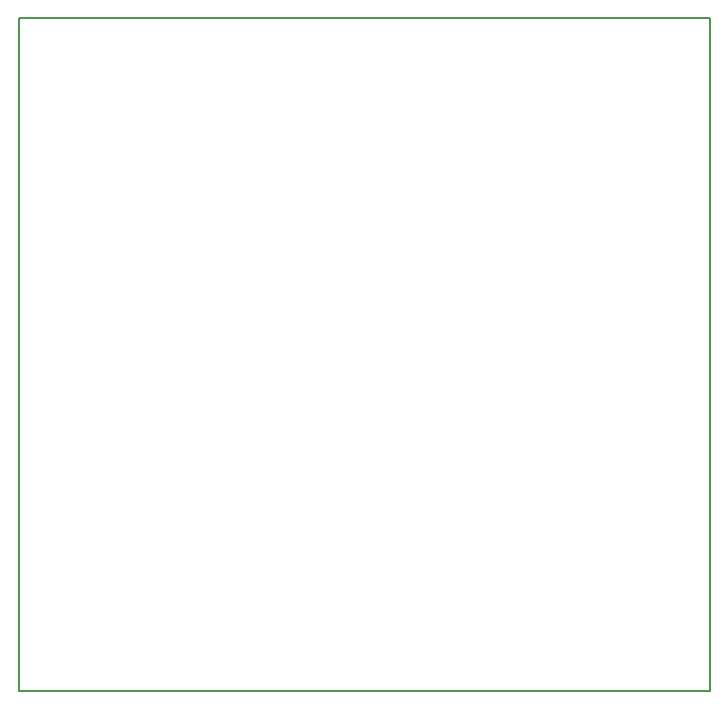
<source format=gm1>
G04 MADE WITH FRITZING*
G04 WWW.FRITZING.ORG*
G04 DOUBLE SIDED*
G04 HOLES PLATED*
G04 CONTOUR ON CENTER OF CONTOUR VECTOR*
%ASAXBY*%
%FSLAX23Y23*%
%MOIN*%
%OFA0B0*%
%SFA1.0B1.0*%
%ADD10R,2.312890X2.251740*%
%ADD11C,0.008000*%
%ADD10C,0.008*%
%LNCONTOUR*%
G90*
G70*
G54D10*
G54D11*
X4Y2248D02*
X2309Y2248D01*
X2309Y4D01*
X4Y4D01*
X4Y2248D01*
D02*
G04 End of contour*
M02*
</source>
